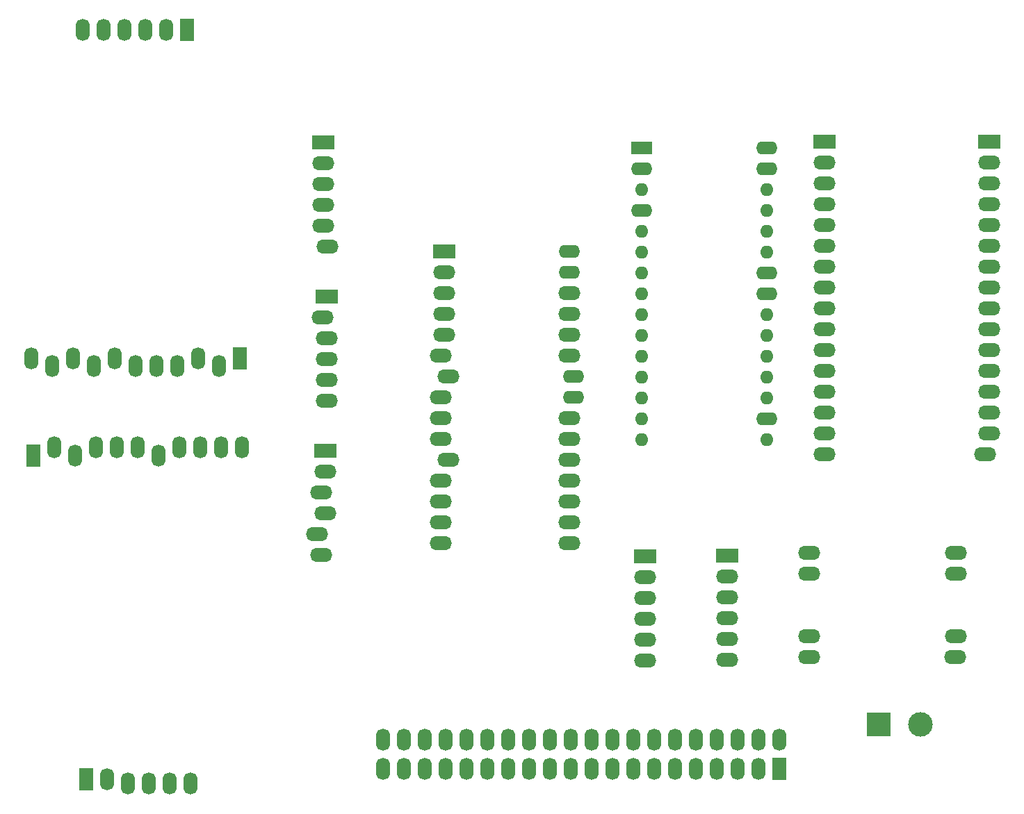
<source format=gbr>
%TF.GenerationSoftware,KiCad,Pcbnew,(5.1.10)-1*%
%TF.CreationDate,2021-09-16T12:18:45+00:00*%
%TF.ProjectId,LMR,4c4d522e-6b69-4636-9164-5f7063625858,rev?*%
%TF.SameCoordinates,Original*%
%TF.FileFunction,Soldermask,Bot*%
%TF.FilePolarity,Negative*%
%FSLAX46Y46*%
G04 Gerber Fmt 4.6, Leading zero omitted, Abs format (unit mm)*
G04 Created by KiCad (PCBNEW (5.1.10)-1) date 2021-09-16 12:18:45*
%MOMM*%
%LPD*%
G01*
G04 APERTURE LIST*
%ADD10C,3.000000*%
%ADD11R,3.000000X3.000000*%
%ADD12O,1.700000X2.700000*%
%ADD13R,1.700000X2.700000*%
%ADD14O,2.700000X1.700000*%
%ADD15R,2.700000X1.700000*%
%ADD16O,1.600000X1.600000*%
%ADD17O,2.600000X1.600000*%
%ADD18R,2.600000X1.600000*%
G04 APERTURE END LIST*
D10*
%TO.C,J5*%
X9880000Y-102200000D03*
D11*
X4800000Y-102200000D03*
%TD*%
D12*
%TO.C,J4*%
X-55610000Y-104060000D03*
X-55610000Y-107600000D03*
X-53070000Y-104060000D03*
X-53070000Y-107600000D03*
X-50530000Y-104060000D03*
X-50530000Y-107600000D03*
X-47990000Y-104060000D03*
X-47990000Y-107600000D03*
X-45450000Y-104060000D03*
X-45450000Y-107600000D03*
X-42910000Y-104060000D03*
X-42910000Y-107600000D03*
X-40370000Y-104060000D03*
X-40370000Y-107600000D03*
X-37830000Y-104060000D03*
X-37830000Y-107600000D03*
X-35290000Y-104060000D03*
X-35290000Y-107600000D03*
X-32750000Y-104060000D03*
X-32750000Y-107600000D03*
X-30210000Y-104060000D03*
X-30210000Y-107600000D03*
X-27670000Y-104060000D03*
X-27670000Y-107600000D03*
X-25130000Y-104060000D03*
X-25130000Y-107600000D03*
X-22590000Y-104060000D03*
X-22590000Y-107600000D03*
X-20050000Y-104060000D03*
X-20050000Y-107600000D03*
X-17510000Y-104060000D03*
X-17510000Y-107600000D03*
X-14970000Y-104060000D03*
X-14970000Y-107600000D03*
X-12430000Y-104060000D03*
X-12430000Y-107600000D03*
X-9890000Y-104060000D03*
X-9890000Y-107600000D03*
X-7350000Y-104060000D03*
D13*
X-7350000Y-107600000D03*
%TD*%
D14*
%TO.C,U5*%
X-3718320Y-94031400D03*
X14151680Y-81311400D03*
X14151680Y-91471400D03*
X14151680Y-83851400D03*
X-3668320Y-83861400D03*
X-3668320Y-81321400D03*
X-3668320Y-91481400D03*
X14111680Y-94021400D03*
%TD*%
%TO.C,U4*%
X18200000Y-59140000D03*
X18200000Y-56600000D03*
X18200000Y-38820000D03*
X18200000Y-41360000D03*
X18200000Y-33740000D03*
X18200000Y-54060000D03*
X18200000Y-36280000D03*
X18200000Y-51520000D03*
X18200000Y-64220000D03*
D15*
X18200000Y-31200000D03*
D14*
X18200000Y-61680000D03*
X18200000Y-46440000D03*
X17700000Y-69300000D03*
X18200000Y-48980000D03*
X18200000Y-43900000D03*
X18200000Y-66760000D03*
X-1800000Y-69300000D03*
X-1800000Y-66760000D03*
X-1800000Y-64220000D03*
X-1800000Y-61680000D03*
X-1800000Y-59140000D03*
X-1800000Y-56600000D03*
X-1800000Y-54060000D03*
X-1800000Y-51520000D03*
X-1800000Y-48980000D03*
X-1800000Y-46440000D03*
X-1800000Y-43900000D03*
X-1800000Y-41360000D03*
X-1800000Y-38820000D03*
X-1800000Y-36280000D03*
X-1800000Y-33740000D03*
D15*
X-1800000Y-31200000D03*
%TD*%
D14*
%TO.C,U3*%
X-13709120Y-91842120D03*
X-13709120Y-94382120D03*
X-13709120Y-86762120D03*
X-13709120Y-84222120D03*
X-13709120Y-89302120D03*
D15*
X-13709120Y-81682120D03*
D14*
X-23709120Y-94432120D03*
X-23709120Y-91892120D03*
X-23709120Y-89352120D03*
X-23709120Y-86812120D03*
X-23709120Y-84272120D03*
D15*
X-23709120Y-81732120D03*
%TD*%
D12*
%TO.C,U2*%
X-81975000Y-17575000D03*
X-84515000Y-17575000D03*
X-87055000Y-17575000D03*
X-89595000Y-17575000D03*
X-92135000Y-17575000D03*
D13*
X-79435000Y-17575000D03*
D12*
X-98420000Y-57560000D03*
X-95880000Y-58560000D03*
X-93340000Y-57560000D03*
X-90800000Y-58560000D03*
X-88260000Y-57560000D03*
X-85720000Y-58560000D03*
X-83180000Y-58560000D03*
X-80640000Y-58560000D03*
X-78100000Y-57560000D03*
X-75560000Y-58560000D03*
D13*
X-73020000Y-57560000D03*
%TD*%
D12*
%TO.C,U1*%
X-89225000Y-108925000D03*
X-86685000Y-109425000D03*
X-84145000Y-109425000D03*
X-81605000Y-109425000D03*
X-79065000Y-109425000D03*
D13*
X-91765000Y-108925000D03*
D12*
X-72780000Y-68440000D03*
X-75320000Y-68440000D03*
X-77860000Y-68440000D03*
X-80400000Y-68440000D03*
X-82940000Y-69440000D03*
X-85480000Y-68440000D03*
X-88020000Y-68440000D03*
X-90560000Y-68440000D03*
X-93100000Y-69440000D03*
X-95640000Y-68440000D03*
D13*
X-98180000Y-69440000D03*
%TD*%
D14*
%TO.C,J3*%
X-63101600Y-81600200D03*
X-63601600Y-79060200D03*
X-62601600Y-76520200D03*
X-63101600Y-73980200D03*
X-62601600Y-71440200D03*
D15*
X-62601600Y-68900200D03*
%TD*%
D14*
%TO.C,J2*%
X-62439040Y-62768640D03*
X-62439040Y-60228640D03*
X-62439040Y-57688640D03*
X-62439040Y-55148640D03*
X-62939040Y-52608640D03*
D15*
X-62439040Y-50068640D03*
%TD*%
D14*
%TO.C,J1*%
X-62352680Y-43987880D03*
X-62852680Y-41447880D03*
X-62852680Y-38907880D03*
X-62852680Y-36367880D03*
X-62852680Y-33827880D03*
D15*
X-62852680Y-31287880D03*
%TD*%
D16*
%TO.C,A2*%
X-8845040Y-67487800D03*
X-24085040Y-67487800D03*
D17*
X-8845040Y-31927800D03*
D16*
X-24085040Y-64947800D03*
D17*
X-8845040Y-34467800D03*
D16*
X-24085040Y-62407800D03*
X-8845040Y-37007800D03*
X-24085040Y-59867800D03*
X-8845040Y-39547800D03*
X-24085040Y-57327800D03*
X-8845040Y-42087800D03*
X-24085040Y-54787800D03*
X-8845040Y-44627800D03*
X-24085040Y-52247800D03*
D17*
X-8845040Y-47167800D03*
D16*
X-24085040Y-49707800D03*
D17*
X-8845040Y-49707800D03*
D16*
X-24085040Y-47167800D03*
X-8845040Y-52247800D03*
X-24085040Y-44627800D03*
X-8845040Y-54787800D03*
X-24085040Y-42087800D03*
X-8845040Y-57327800D03*
D17*
X-24085040Y-39547800D03*
D16*
X-8845040Y-59867800D03*
X-24085040Y-37007800D03*
X-8845040Y-62407800D03*
D17*
X-24085040Y-34467800D03*
X-8845040Y-64947800D03*
D18*
X-24085040Y-31927800D03*
%TD*%
D14*
%TO.C,A1*%
X-32858800Y-80129600D03*
X-48598800Y-80129600D03*
D17*
X-32858800Y-44569600D03*
D14*
X-48598800Y-77589600D03*
D17*
X-32858800Y-47109600D03*
D14*
X-48598800Y-75049600D03*
X-32858800Y-49649600D03*
X-48598800Y-72509600D03*
X-32858800Y-52189600D03*
X-47598800Y-69969600D03*
X-32858800Y-54729600D03*
X-48598800Y-67429600D03*
X-32858800Y-57269600D03*
X-48598800Y-64889600D03*
D17*
X-32358800Y-59809600D03*
D14*
X-48598800Y-62349600D03*
D17*
X-32358800Y-62349600D03*
D14*
X-47598800Y-59809600D03*
X-32858800Y-64889600D03*
X-48598800Y-57269600D03*
X-32858800Y-67429600D03*
X-48098800Y-54729600D03*
X-32858800Y-69969600D03*
X-48098800Y-52189600D03*
X-32858800Y-72509600D03*
X-48098800Y-49649600D03*
X-32858800Y-75049600D03*
X-48098800Y-47109600D03*
X-32858800Y-77589600D03*
D15*
X-48098800Y-44569600D03*
%TD*%
M02*

</source>
